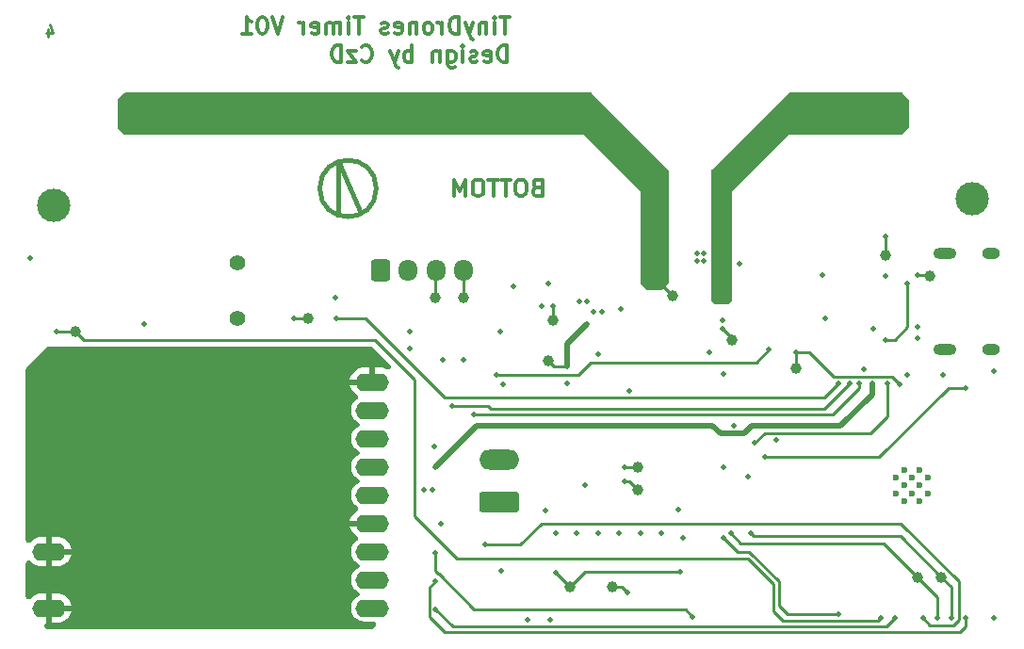
<source format=gbr>
%TF.GenerationSoftware,KiCad,Pcbnew,8.0.6-8.0.6-0~ubuntu24.04.1*%
%TF.CreationDate,2024-11-13T00:59:24+01:00*%
%TF.ProjectId,TinyTimer_V01,54696e79-5469-46d6-9572-5f5630312e6b,rev?*%
%TF.SameCoordinates,Original*%
%TF.FileFunction,Copper,L4,Bot*%
%TF.FilePolarity,Positive*%
%FSLAX46Y46*%
G04 Gerber Fmt 4.6, Leading zero omitted, Abs format (unit mm)*
G04 Created by KiCad (PCBNEW 8.0.6-8.0.6-0~ubuntu24.04.1) date 2024-11-13 00:59:24*
%MOMM*%
%LPD*%
G01*
G04 APERTURE LIST*
G04 Aperture macros list*
%AMRoundRect*
0 Rectangle with rounded corners*
0 $1 Rounding radius*
0 $2 $3 $4 $5 $6 $7 $8 $9 X,Y pos of 4 corners*
0 Add a 4 corners polygon primitive as box body*
4,1,4,$2,$3,$4,$5,$6,$7,$8,$9,$2,$3,0*
0 Add four circle primitives for the rounded corners*
1,1,$1+$1,$2,$3*
1,1,$1+$1,$4,$5*
1,1,$1+$1,$6,$7*
1,1,$1+$1,$8,$9*
0 Add four rect primitives between the rounded corners*
20,1,$1+$1,$2,$3,$4,$5,0*
20,1,$1+$1,$4,$5,$6,$7,0*
20,1,$1+$1,$6,$7,$8,$9,0*
20,1,$1+$1,$8,$9,$2,$3,0*%
G04 Aperture macros list end*
%TA.AperFunction,NonConductor*%
%ADD10C,0.381000*%
%TD*%
%ADD11C,0.254000*%
%TA.AperFunction,NonConductor*%
%ADD12C,0.254000*%
%TD*%
%ADD13C,0.300000*%
%TA.AperFunction,NonConductor*%
%ADD14C,0.300000*%
%TD*%
%TA.AperFunction,ComponentPad*%
%ADD15C,3.000000*%
%TD*%
%TA.AperFunction,HeatsinkPad*%
%ADD16C,0.600000*%
%TD*%
%TA.AperFunction,ComponentPad*%
%ADD17RoundRect,0.250000X1.550000X-0.650000X1.550000X0.650000X-1.550000X0.650000X-1.550000X-0.650000X0*%
%TD*%
%TA.AperFunction,ComponentPad*%
%ADD18O,3.600000X1.800000*%
%TD*%
%TA.AperFunction,ComponentPad*%
%ADD19RoundRect,0.250000X-0.600000X-0.725000X0.600000X-0.725000X0.600000X0.725000X-0.600000X0.725000X0*%
%TD*%
%TA.AperFunction,ComponentPad*%
%ADD20O,1.700000X1.950000*%
%TD*%
%TA.AperFunction,ComponentPad*%
%ADD21O,2.100000X1.000000*%
%TD*%
%TA.AperFunction,ComponentPad*%
%ADD22O,1.600000X1.000000*%
%TD*%
%TA.AperFunction,ComponentPad*%
%ADD23O,3.000000X1.600000*%
%TD*%
%TA.AperFunction,ComponentPad*%
%ADD24C,1.408000*%
%TD*%
%TA.AperFunction,SMDPad,CuDef*%
%ADD25C,1.000000*%
%TD*%
%TA.AperFunction,ViaPad*%
%ADD26C,0.508000*%
%TD*%
%TA.AperFunction,Conductor*%
%ADD27C,0.254000*%
%TD*%
%TA.AperFunction,Conductor*%
%ADD28C,0.508000*%
%TD*%
G04 APERTURE END LIST*
D10*
X32131000Y40259000D02*
G75*
G02*
X27051000Y40259000I-2540000J0D01*
G01*
X27051000Y40259000D02*
G75*
G02*
X32131000Y40259000I2540000J0D01*
G01*
X28702000Y42545000D02*
X28702000Y37973000D01*
X28829000Y42545000D02*
X30734000Y38100000D01*
D11*
D12*
X2600475Y54576521D02*
X2600475Y53899188D01*
X2842380Y54963568D02*
X3084285Y54237854D01*
X3084285Y54237854D02*
X2455332Y54237854D01*
D13*
D14*
X44109774Y55674172D02*
X43252632Y55674172D01*
X43681203Y54174172D02*
X43681203Y55674172D01*
X42752632Y54174172D02*
X42752632Y55174172D01*
X42752632Y55674172D02*
X42824060Y55602743D01*
X42824060Y55602743D02*
X42752632Y55531315D01*
X42752632Y55531315D02*
X42681203Y55602743D01*
X42681203Y55602743D02*
X42752632Y55674172D01*
X42752632Y55674172D02*
X42752632Y55531315D01*
X42038346Y55174172D02*
X42038346Y54174172D01*
X42038346Y55031315D02*
X41966917Y55102743D01*
X41966917Y55102743D02*
X41824060Y55174172D01*
X41824060Y55174172D02*
X41609774Y55174172D01*
X41609774Y55174172D02*
X41466917Y55102743D01*
X41466917Y55102743D02*
X41395489Y54959886D01*
X41395489Y54959886D02*
X41395489Y54174172D01*
X40824060Y55174172D02*
X40466917Y54174172D01*
X40109774Y55174172D02*
X40466917Y54174172D01*
X40466917Y54174172D02*
X40609774Y53817029D01*
X40609774Y53817029D02*
X40681203Y53745600D01*
X40681203Y53745600D02*
X40824060Y53674172D01*
X39538346Y54174172D02*
X39538346Y55674172D01*
X39538346Y55674172D02*
X39181203Y55674172D01*
X39181203Y55674172D02*
X38966917Y55602743D01*
X38966917Y55602743D02*
X38824060Y55459886D01*
X38824060Y55459886D02*
X38752631Y55317029D01*
X38752631Y55317029D02*
X38681203Y55031315D01*
X38681203Y55031315D02*
X38681203Y54817029D01*
X38681203Y54817029D02*
X38752631Y54531315D01*
X38752631Y54531315D02*
X38824060Y54388458D01*
X38824060Y54388458D02*
X38966917Y54245600D01*
X38966917Y54245600D02*
X39181203Y54174172D01*
X39181203Y54174172D02*
X39538346Y54174172D01*
X38038346Y54174172D02*
X38038346Y55174172D01*
X38038346Y54888458D02*
X37966917Y55031315D01*
X37966917Y55031315D02*
X37895489Y55102743D01*
X37895489Y55102743D02*
X37752631Y55174172D01*
X37752631Y55174172D02*
X37609774Y55174172D01*
X36895489Y54174172D02*
X37038346Y54245600D01*
X37038346Y54245600D02*
X37109775Y54317029D01*
X37109775Y54317029D02*
X37181203Y54459886D01*
X37181203Y54459886D02*
X37181203Y54888458D01*
X37181203Y54888458D02*
X37109775Y55031315D01*
X37109775Y55031315D02*
X37038346Y55102743D01*
X37038346Y55102743D02*
X36895489Y55174172D01*
X36895489Y55174172D02*
X36681203Y55174172D01*
X36681203Y55174172D02*
X36538346Y55102743D01*
X36538346Y55102743D02*
X36466918Y55031315D01*
X36466918Y55031315D02*
X36395489Y54888458D01*
X36395489Y54888458D02*
X36395489Y54459886D01*
X36395489Y54459886D02*
X36466918Y54317029D01*
X36466918Y54317029D02*
X36538346Y54245600D01*
X36538346Y54245600D02*
X36681203Y54174172D01*
X36681203Y54174172D02*
X36895489Y54174172D01*
X35752632Y55174172D02*
X35752632Y54174172D01*
X35752632Y55031315D02*
X35681203Y55102743D01*
X35681203Y55102743D02*
X35538346Y55174172D01*
X35538346Y55174172D02*
X35324060Y55174172D01*
X35324060Y55174172D02*
X35181203Y55102743D01*
X35181203Y55102743D02*
X35109775Y54959886D01*
X35109775Y54959886D02*
X35109775Y54174172D01*
X33824060Y54245600D02*
X33966917Y54174172D01*
X33966917Y54174172D02*
X34252632Y54174172D01*
X34252632Y54174172D02*
X34395489Y54245600D01*
X34395489Y54245600D02*
X34466917Y54388458D01*
X34466917Y54388458D02*
X34466917Y54959886D01*
X34466917Y54959886D02*
X34395489Y55102743D01*
X34395489Y55102743D02*
X34252632Y55174172D01*
X34252632Y55174172D02*
X33966917Y55174172D01*
X33966917Y55174172D02*
X33824060Y55102743D01*
X33824060Y55102743D02*
X33752632Y54959886D01*
X33752632Y54959886D02*
X33752632Y54817029D01*
X33752632Y54817029D02*
X34466917Y54674172D01*
X33181203Y54245600D02*
X33038346Y54174172D01*
X33038346Y54174172D02*
X32752632Y54174172D01*
X32752632Y54174172D02*
X32609775Y54245600D01*
X32609775Y54245600D02*
X32538346Y54388458D01*
X32538346Y54388458D02*
X32538346Y54459886D01*
X32538346Y54459886D02*
X32609775Y54602743D01*
X32609775Y54602743D02*
X32752632Y54674172D01*
X32752632Y54674172D02*
X32966918Y54674172D01*
X32966918Y54674172D02*
X33109775Y54745600D01*
X33109775Y54745600D02*
X33181203Y54888458D01*
X33181203Y54888458D02*
X33181203Y54959886D01*
X33181203Y54959886D02*
X33109775Y55102743D01*
X33109775Y55102743D02*
X32966918Y55174172D01*
X32966918Y55174172D02*
X32752632Y55174172D01*
X32752632Y55174172D02*
X32609775Y55102743D01*
X30966917Y55674172D02*
X30109775Y55674172D01*
X30538346Y54174172D02*
X30538346Y55674172D01*
X29609775Y54174172D02*
X29609775Y55174172D01*
X29609775Y55674172D02*
X29681203Y55602743D01*
X29681203Y55602743D02*
X29609775Y55531315D01*
X29609775Y55531315D02*
X29538346Y55602743D01*
X29538346Y55602743D02*
X29609775Y55674172D01*
X29609775Y55674172D02*
X29609775Y55531315D01*
X28895489Y54174172D02*
X28895489Y55174172D01*
X28895489Y55031315D02*
X28824060Y55102743D01*
X28824060Y55102743D02*
X28681203Y55174172D01*
X28681203Y55174172D02*
X28466917Y55174172D01*
X28466917Y55174172D02*
X28324060Y55102743D01*
X28324060Y55102743D02*
X28252632Y54959886D01*
X28252632Y54959886D02*
X28252632Y54174172D01*
X28252632Y54959886D02*
X28181203Y55102743D01*
X28181203Y55102743D02*
X28038346Y55174172D01*
X28038346Y55174172D02*
X27824060Y55174172D01*
X27824060Y55174172D02*
X27681203Y55102743D01*
X27681203Y55102743D02*
X27609774Y54959886D01*
X27609774Y54959886D02*
X27609774Y54174172D01*
X26324060Y54245600D02*
X26466917Y54174172D01*
X26466917Y54174172D02*
X26752632Y54174172D01*
X26752632Y54174172D02*
X26895489Y54245600D01*
X26895489Y54245600D02*
X26966917Y54388458D01*
X26966917Y54388458D02*
X26966917Y54959886D01*
X26966917Y54959886D02*
X26895489Y55102743D01*
X26895489Y55102743D02*
X26752632Y55174172D01*
X26752632Y55174172D02*
X26466917Y55174172D01*
X26466917Y55174172D02*
X26324060Y55102743D01*
X26324060Y55102743D02*
X26252632Y54959886D01*
X26252632Y54959886D02*
X26252632Y54817029D01*
X26252632Y54817029D02*
X26966917Y54674172D01*
X25609775Y54174172D02*
X25609775Y55174172D01*
X25609775Y54888458D02*
X25538346Y55031315D01*
X25538346Y55031315D02*
X25466918Y55102743D01*
X25466918Y55102743D02*
X25324060Y55174172D01*
X25324060Y55174172D02*
X25181203Y55174172D01*
X23752632Y55674172D02*
X23252632Y54174172D01*
X23252632Y54174172D02*
X22752632Y55674172D01*
X21966918Y55674172D02*
X21824061Y55674172D01*
X21824061Y55674172D02*
X21681204Y55602743D01*
X21681204Y55602743D02*
X21609776Y55531315D01*
X21609776Y55531315D02*
X21538347Y55388458D01*
X21538347Y55388458D02*
X21466918Y55102743D01*
X21466918Y55102743D02*
X21466918Y54745600D01*
X21466918Y54745600D02*
X21538347Y54459886D01*
X21538347Y54459886D02*
X21609776Y54317029D01*
X21609776Y54317029D02*
X21681204Y54245600D01*
X21681204Y54245600D02*
X21824061Y54174172D01*
X21824061Y54174172D02*
X21966918Y54174172D01*
X21966918Y54174172D02*
X22109776Y54245600D01*
X22109776Y54245600D02*
X22181204Y54317029D01*
X22181204Y54317029D02*
X22252633Y54459886D01*
X22252633Y54459886D02*
X22324061Y54745600D01*
X22324061Y54745600D02*
X22324061Y55102743D01*
X22324061Y55102743D02*
X22252633Y55388458D01*
X22252633Y55388458D02*
X22181204Y55531315D01*
X22181204Y55531315D02*
X22109776Y55602743D01*
X22109776Y55602743D02*
X21966918Y55674172D01*
X20038347Y54174172D02*
X20895490Y54174172D01*
X20466919Y54174172D02*
X20466919Y55674172D01*
X20466919Y55674172D02*
X20609776Y55459886D01*
X20609776Y55459886D02*
X20752633Y55317029D01*
X20752633Y55317029D02*
X20895490Y55245600D01*
D13*
D14*
X46570489Y40354886D02*
X46356203Y40283458D01*
X46356203Y40283458D02*
X46284774Y40212029D01*
X46284774Y40212029D02*
X46213346Y40069172D01*
X46213346Y40069172D02*
X46213346Y39854886D01*
X46213346Y39854886D02*
X46284774Y39712029D01*
X46284774Y39712029D02*
X46356203Y39640600D01*
X46356203Y39640600D02*
X46499060Y39569172D01*
X46499060Y39569172D02*
X47070489Y39569172D01*
X47070489Y39569172D02*
X47070489Y41069172D01*
X47070489Y41069172D02*
X46570489Y41069172D01*
X46570489Y41069172D02*
X46427632Y40997743D01*
X46427632Y40997743D02*
X46356203Y40926315D01*
X46356203Y40926315D02*
X46284774Y40783458D01*
X46284774Y40783458D02*
X46284774Y40640600D01*
X46284774Y40640600D02*
X46356203Y40497743D01*
X46356203Y40497743D02*
X46427632Y40426315D01*
X46427632Y40426315D02*
X46570489Y40354886D01*
X46570489Y40354886D02*
X47070489Y40354886D01*
X45284774Y41069172D02*
X44999060Y41069172D01*
X44999060Y41069172D02*
X44856203Y40997743D01*
X44856203Y40997743D02*
X44713346Y40854886D01*
X44713346Y40854886D02*
X44641917Y40569172D01*
X44641917Y40569172D02*
X44641917Y40069172D01*
X44641917Y40069172D02*
X44713346Y39783458D01*
X44713346Y39783458D02*
X44856203Y39640600D01*
X44856203Y39640600D02*
X44999060Y39569172D01*
X44999060Y39569172D02*
X45284774Y39569172D01*
X45284774Y39569172D02*
X45427632Y39640600D01*
X45427632Y39640600D02*
X45570489Y39783458D01*
X45570489Y39783458D02*
X45641917Y40069172D01*
X45641917Y40069172D02*
X45641917Y40569172D01*
X45641917Y40569172D02*
X45570489Y40854886D01*
X45570489Y40854886D02*
X45427632Y40997743D01*
X45427632Y40997743D02*
X45284774Y41069172D01*
X44213345Y41069172D02*
X43356203Y41069172D01*
X43784774Y39569172D02*
X43784774Y41069172D01*
X43070488Y41069172D02*
X42213346Y41069172D01*
X42641917Y39569172D02*
X42641917Y41069172D01*
X41427631Y41069172D02*
X41141917Y41069172D01*
X41141917Y41069172D02*
X40999060Y40997743D01*
X40999060Y40997743D02*
X40856203Y40854886D01*
X40856203Y40854886D02*
X40784774Y40569172D01*
X40784774Y40569172D02*
X40784774Y40069172D01*
X40784774Y40069172D02*
X40856203Y39783458D01*
X40856203Y39783458D02*
X40999060Y39640600D01*
X40999060Y39640600D02*
X41141917Y39569172D01*
X41141917Y39569172D02*
X41427631Y39569172D01*
X41427631Y39569172D02*
X41570489Y39640600D01*
X41570489Y39640600D02*
X41713346Y39783458D01*
X41713346Y39783458D02*
X41784774Y40069172D01*
X41784774Y40069172D02*
X41784774Y40569172D01*
X41784774Y40569172D02*
X41713346Y40854886D01*
X41713346Y40854886D02*
X41570489Y40997743D01*
X41570489Y40997743D02*
X41427631Y41069172D01*
X40141917Y39569172D02*
X40141917Y41069172D01*
X40141917Y41069172D02*
X39641917Y39997743D01*
X39641917Y39997743D02*
X39141917Y41069172D01*
X39141917Y41069172D02*
X39141917Y39569172D01*
D13*
D14*
X43895489Y51634172D02*
X43895489Y53134172D01*
X43895489Y53134172D02*
X43538346Y53134172D01*
X43538346Y53134172D02*
X43324060Y53062743D01*
X43324060Y53062743D02*
X43181203Y52919886D01*
X43181203Y52919886D02*
X43109774Y52777029D01*
X43109774Y52777029D02*
X43038346Y52491315D01*
X43038346Y52491315D02*
X43038346Y52277029D01*
X43038346Y52277029D02*
X43109774Y51991315D01*
X43109774Y51991315D02*
X43181203Y51848458D01*
X43181203Y51848458D02*
X43324060Y51705600D01*
X43324060Y51705600D02*
X43538346Y51634172D01*
X43538346Y51634172D02*
X43895489Y51634172D01*
X41824060Y51705600D02*
X41966917Y51634172D01*
X41966917Y51634172D02*
X42252632Y51634172D01*
X42252632Y51634172D02*
X42395489Y51705600D01*
X42395489Y51705600D02*
X42466917Y51848458D01*
X42466917Y51848458D02*
X42466917Y52419886D01*
X42466917Y52419886D02*
X42395489Y52562743D01*
X42395489Y52562743D02*
X42252632Y52634172D01*
X42252632Y52634172D02*
X41966917Y52634172D01*
X41966917Y52634172D02*
X41824060Y52562743D01*
X41824060Y52562743D02*
X41752632Y52419886D01*
X41752632Y52419886D02*
X41752632Y52277029D01*
X41752632Y52277029D02*
X42466917Y52134172D01*
X41181203Y51705600D02*
X41038346Y51634172D01*
X41038346Y51634172D02*
X40752632Y51634172D01*
X40752632Y51634172D02*
X40609775Y51705600D01*
X40609775Y51705600D02*
X40538346Y51848458D01*
X40538346Y51848458D02*
X40538346Y51919886D01*
X40538346Y51919886D02*
X40609775Y52062743D01*
X40609775Y52062743D02*
X40752632Y52134172D01*
X40752632Y52134172D02*
X40966918Y52134172D01*
X40966918Y52134172D02*
X41109775Y52205600D01*
X41109775Y52205600D02*
X41181203Y52348458D01*
X41181203Y52348458D02*
X41181203Y52419886D01*
X41181203Y52419886D02*
X41109775Y52562743D01*
X41109775Y52562743D02*
X40966918Y52634172D01*
X40966918Y52634172D02*
X40752632Y52634172D01*
X40752632Y52634172D02*
X40609775Y52562743D01*
X39895489Y51634172D02*
X39895489Y52634172D01*
X39895489Y53134172D02*
X39966917Y53062743D01*
X39966917Y53062743D02*
X39895489Y52991315D01*
X39895489Y52991315D02*
X39824060Y53062743D01*
X39824060Y53062743D02*
X39895489Y53134172D01*
X39895489Y53134172D02*
X39895489Y52991315D01*
X38538346Y52634172D02*
X38538346Y51419886D01*
X38538346Y51419886D02*
X38609774Y51277029D01*
X38609774Y51277029D02*
X38681203Y51205600D01*
X38681203Y51205600D02*
X38824060Y51134172D01*
X38824060Y51134172D02*
X39038346Y51134172D01*
X39038346Y51134172D02*
X39181203Y51205600D01*
X38538346Y51705600D02*
X38681203Y51634172D01*
X38681203Y51634172D02*
X38966917Y51634172D01*
X38966917Y51634172D02*
X39109774Y51705600D01*
X39109774Y51705600D02*
X39181203Y51777029D01*
X39181203Y51777029D02*
X39252631Y51919886D01*
X39252631Y51919886D02*
X39252631Y52348458D01*
X39252631Y52348458D02*
X39181203Y52491315D01*
X39181203Y52491315D02*
X39109774Y52562743D01*
X39109774Y52562743D02*
X38966917Y52634172D01*
X38966917Y52634172D02*
X38681203Y52634172D01*
X38681203Y52634172D02*
X38538346Y52562743D01*
X37824060Y52634172D02*
X37824060Y51634172D01*
X37824060Y52491315D02*
X37752631Y52562743D01*
X37752631Y52562743D02*
X37609774Y52634172D01*
X37609774Y52634172D02*
X37395488Y52634172D01*
X37395488Y52634172D02*
X37252631Y52562743D01*
X37252631Y52562743D02*
X37181203Y52419886D01*
X37181203Y52419886D02*
X37181203Y51634172D01*
X35324060Y51634172D02*
X35324060Y53134172D01*
X35324060Y52562743D02*
X35181203Y52634172D01*
X35181203Y52634172D02*
X34895488Y52634172D01*
X34895488Y52634172D02*
X34752631Y52562743D01*
X34752631Y52562743D02*
X34681203Y52491315D01*
X34681203Y52491315D02*
X34609774Y52348458D01*
X34609774Y52348458D02*
X34609774Y51919886D01*
X34609774Y51919886D02*
X34681203Y51777029D01*
X34681203Y51777029D02*
X34752631Y51705600D01*
X34752631Y51705600D02*
X34895488Y51634172D01*
X34895488Y51634172D02*
X35181203Y51634172D01*
X35181203Y51634172D02*
X35324060Y51705600D01*
X34109774Y52634172D02*
X33752631Y51634172D01*
X33395488Y52634172D02*
X33752631Y51634172D01*
X33752631Y51634172D02*
X33895488Y51277029D01*
X33895488Y51277029D02*
X33966917Y51205600D01*
X33966917Y51205600D02*
X34109774Y51134172D01*
X30824060Y51777029D02*
X30895488Y51705600D01*
X30895488Y51705600D02*
X31109774Y51634172D01*
X31109774Y51634172D02*
X31252631Y51634172D01*
X31252631Y51634172D02*
X31466917Y51705600D01*
X31466917Y51705600D02*
X31609774Y51848458D01*
X31609774Y51848458D02*
X31681203Y51991315D01*
X31681203Y51991315D02*
X31752631Y52277029D01*
X31752631Y52277029D02*
X31752631Y52491315D01*
X31752631Y52491315D02*
X31681203Y52777029D01*
X31681203Y52777029D02*
X31609774Y52919886D01*
X31609774Y52919886D02*
X31466917Y53062743D01*
X31466917Y53062743D02*
X31252631Y53134172D01*
X31252631Y53134172D02*
X31109774Y53134172D01*
X31109774Y53134172D02*
X30895488Y53062743D01*
X30895488Y53062743D02*
X30824060Y52991315D01*
X30324060Y52634172D02*
X29538346Y52634172D01*
X29538346Y52634172D02*
X30324060Y51634172D01*
X30324060Y51634172D02*
X29538346Y51634172D01*
X28966917Y51634172D02*
X28966917Y53134172D01*
X28966917Y53134172D02*
X28609774Y53134172D01*
X28609774Y53134172D02*
X28395488Y53062743D01*
X28395488Y53062743D02*
X28252631Y52919886D01*
X28252631Y52919886D02*
X28181202Y52777029D01*
X28181202Y52777029D02*
X28109774Y52491315D01*
X28109774Y52491315D02*
X28109774Y52277029D01*
X28109774Y52277029D02*
X28181202Y51991315D01*
X28181202Y51991315D02*
X28252631Y51848458D01*
X28252631Y51848458D02*
X28395488Y51705600D01*
X28395488Y51705600D02*
X28609774Y51634172D01*
X28609774Y51634172D02*
X28966917Y51634172D01*
D15*
%TO.P,TP20,1,1*%
%TO.N,GND*%
X85725000Y39370000D03*
%TD*%
D16*
%TO.P,U1,39,GND*%
%TO.N,GND*%
X80970000Y14965000D03*
X79570000Y14965000D03*
X81670000Y14265000D03*
X80270000Y14265000D03*
X78870000Y14265000D03*
X80970000Y13565000D03*
X79570000Y13565000D03*
X81670000Y12865000D03*
X80270000Y12865000D03*
X78870000Y12865000D03*
X80970000Y12165000D03*
X79570000Y12165000D03*
%TD*%
D17*
%TO.P,SW4,1,A*%
%TO.N,Net-(D4-K)*%
X43180000Y12065000D03*
D18*
%TO.P,SW4,2,B*%
%TO.N,VDD*%
X43180000Y15875000D03*
%TD*%
D19*
%TO.P,J3,1,Pin_1*%
%TO.N,GND*%
X32505000Y32893000D03*
D20*
%TO.P,J3,2,Pin_2*%
%TO.N,+3V3*%
X35005000Y32893000D03*
%TO.P,J3,3,Pin_3*%
%TO.N,SCL*%
X37505000Y32893000D03*
%TO.P,J3,4,Pin_4*%
%TO.N,SDA*%
X40005000Y32893000D03*
%TD*%
D15*
%TO.P,TP19,1,1*%
%TO.N,GND*%
X3175000Y38735000D03*
%TD*%
D21*
%TO.P,J1,S1,SHIELD*%
%TO.N,GND*%
X83230000Y25775000D03*
D22*
X87410000Y25775000D03*
D21*
X83230000Y34415000D03*
D22*
X87410000Y34415000D03*
%TD*%
D23*
%TO.P,U4,1,GND*%
%TO.N,GND*%
X31750000Y22860000D03*
%TO.P,U4,2,Video*%
%TO.N,unconnected-(U4-Video-Pad2)*%
X31750000Y20320000D03*
%TO.P,U4,3,A6.5m*%
%TO.N,unconnected-(U4-A6.5m-Pad3)*%
X31750000Y17780000D03*
%TO.P,U4,4,RSSI*%
%TO.N,Net-(U4-RSSI)*%
X31750000Y15240000D03*
%TO.P,U4,5,5V*%
%TO.N,+3V3*%
X31750000Y12700000D03*
%TO.P,U4,6,GND*%
%TO.N,GND*%
X31750000Y10160000D03*
%TO.P,U4,7,SCLK*%
%TO.N,Net-(U4-SCLK)*%
X31750000Y7620000D03*
%TO.P,U4,8,/SS*%
%TO.N,Net-(U4-{slash}SS)*%
X31750000Y5080000D03*
%TO.P,U4,9,MOSI*%
%TO.N,Net-(U4-MOSI)*%
X31750000Y2540000D03*
%TO.P,U4,10,GND*%
%TO.N,GND*%
X2750000Y7620000D03*
%TO.P,U4,12,GND*%
X2750000Y2540000D03*
%TD*%
D24*
%TO.P,LS1,N*%
%TO.N,Net-(Q3-D)*%
X19685000Y33615000D03*
%TO.P,LS1,P*%
%TO.N,+3V3*%
X19685000Y28615000D03*
%TD*%
D25*
%TO.P,TP1,1,1*%
%TO.N,{slash}RESET*%
X49530000Y4445000D03*
%TD*%
%TO.P,TP17,1,1*%
%TO.N,+BATT*%
X62865000Y32385000D03*
%TD*%
%TO.P,TP8,1,1*%
%TO.N,GND*%
X77870000Y34290000D03*
%TD*%
%TO.P,TP10,1,1*%
%TO.N,+3V3*%
X64135000Y26670000D03*
%TD*%
%TO.P,TP4,1,1*%
%TO.N,BOOT0*%
X53340000Y4445000D03*
%TD*%
%TO.P,TP16,1,1*%
%TO.N,Net-(Q3-G)*%
X26035000Y28575000D03*
%TD*%
%TO.P,TP5,1,1*%
%TO.N,RXD0*%
X80772000Y5334000D03*
%TD*%
%TO.P,TP13,1,1*%
%TO.N,SCL*%
X37465000Y30480000D03*
%TD*%
%TO.P,TP2,1,1*%
%TO.N,DTR*%
X55626000Y15240000D03*
%TD*%
%TO.P,TP3,1,1*%
%TO.N,RTS*%
X55626000Y13208000D03*
%TD*%
%TO.P,TP12,1,1*%
%TO.N,LED_CTRL*%
X5080000Y27431000D03*
%TD*%
%TO.P,TP18,1,1*%
%TO.N,Net-(Q4-D)*%
X58801000Y30607000D03*
%TD*%
%TO.P,TP9,1,1*%
%TO.N,VDD*%
X47625000Y24765000D03*
%TD*%
%TO.P,TP14,1,1*%
%TO.N,SDA*%
X40005000Y30480000D03*
%TD*%
%TO.P,TP15,1,1*%
%TO.N,{slash}EN_3V3*%
X48006000Y28448000D03*
%TD*%
%TO.P,TP6,1,1*%
%TO.N,TXD0*%
X82931000Y5334000D03*
%TD*%
%TO.P,TP7,1,1*%
%TO.N,VBUS*%
X81915000Y32385000D03*
%TD*%
%TO.P,TP11,1,1*%
%TO.N,BATT_ADC*%
X69850000Y24130000D03*
%TD*%
D26*
%TO.N,+3V3*%
X43371000Y5905000D03*
X57785000Y9271000D03*
X53975000Y9271000D03*
X35179000Y27432000D03*
X63246000Y27686000D03*
X65532000Y14351000D03*
X38100000Y24892000D03*
X36449000Y13208000D03*
X40005000Y24892000D03*
X59690000Y8890000D03*
X50165000Y9271000D03*
X63246000Y28448000D03*
X83058000Y23495000D03*
X37211000Y13208000D03*
X11303000Y28067000D03*
X47371000Y11303000D03*
%TO.N,GND*%
X47625000Y31687000D03*
X1905000Y9525000D03*
X12700000Y20320000D03*
X29210000Y20320000D03*
X5080000Y2540000D03*
X21590000Y1270000D03*
X27305000Y1270000D03*
X72263000Y32512000D03*
X10160000Y1270000D03*
X46990000Y29718000D03*
X29210000Y16510000D03*
X6350000Y25400000D03*
X43307000Y27432000D03*
X59309000Y11430000D03*
X4445000Y1270000D03*
X5080000Y6350000D03*
X3810000Y9525000D03*
X2540000Y25400000D03*
X17780000Y1270000D03*
X7620000Y10160000D03*
X54864000Y22098000D03*
X27940000Y20320000D03*
X17780000Y20320000D03*
X15240000Y7620000D03*
X61595000Y33782000D03*
X37338000Y17078000D03*
X10160000Y2540000D03*
X29210000Y22225000D03*
X25400000Y25400000D03*
X15875000Y1270000D03*
X1270000Y22225000D03*
X12700000Y5080000D03*
X37973000Y10160000D03*
X8255000Y1270000D03*
X25400000Y2540000D03*
X23495000Y25400000D03*
X10160000Y25400000D03*
X87630000Y23876000D03*
X1270000Y16510000D03*
X12700000Y10160000D03*
X25400000Y1270000D03*
X1270000Y12700000D03*
X15240000Y12700000D03*
X15240000Y17780000D03*
X25400000Y22860000D03*
X27305000Y25400000D03*
X62103000Y25527000D03*
X15240000Y2540000D03*
X20320000Y22860000D03*
X54102000Y29464000D03*
X20320000Y12700000D03*
X25400000Y12700000D03*
X13970000Y1270000D03*
X60960000Y34417000D03*
X61595000Y34417000D03*
X52070000Y9271000D03*
X7620000Y5080000D03*
X22860000Y10160000D03*
X17780000Y25400000D03*
X21590000Y25400000D03*
X2540000Y20320000D03*
X10160000Y22860000D03*
X29210000Y6985000D03*
X76835000Y27686000D03*
X23495000Y1270000D03*
X1016000Y8890000D03*
X13970000Y25400000D03*
X29210000Y25400000D03*
X48260000Y9271000D03*
X43497000Y22670000D03*
X49276000Y22733000D03*
X47752000Y1524000D03*
X19685000Y25400000D03*
X12700000Y15240000D03*
X22860000Y15240000D03*
X29210000Y24130000D03*
X60960000Y33782000D03*
X45720000Y1524000D03*
X20320000Y7620000D03*
X63373000Y23622000D03*
X2794000Y1016000D03*
X8255000Y25400000D03*
X31750000Y24765000D03*
X15875000Y25400000D03*
X29210000Y10795000D03*
X17780000Y15240000D03*
X22860000Y20320000D03*
X64262000Y18923000D03*
X72517000Y28575000D03*
X29210000Y3175000D03*
X20320000Y17780000D03*
X50927000Y13589000D03*
X27940000Y15240000D03*
X77870000Y35943000D03*
X5080000Y17780000D03*
X5080000Y8255000D03*
X87630000Y1651000D03*
X12065000Y25400000D03*
X64770000Y33528000D03*
X10160000Y7620000D03*
X19685000Y1270000D03*
X10160000Y12700000D03*
X4445000Y25400000D03*
X79883000Y23495000D03*
X20320000Y2540000D03*
X1270000Y20320000D03*
X63373000Y15240000D03*
X31623000Y1016000D03*
X25400000Y7620000D03*
X22860000Y5080000D03*
X6350000Y1270000D03*
X52070000Y25400000D03*
X68072000Y17653000D03*
X1016000Y34035000D03*
X27940000Y10160000D03*
X2540000Y10160000D03*
X5080000Y12700000D03*
X29210000Y5080000D03*
X2540000Y15240000D03*
X29210000Y1270000D03*
X1270000Y14605000D03*
X77870000Y32387000D03*
X35179000Y25908000D03*
X29210000Y8890000D03*
X7620000Y15240000D03*
X10160000Y17780000D03*
X15240000Y22860000D03*
X7620000Y20320000D03*
X1270000Y10795000D03*
X80772000Y26837000D03*
X5080000Y22860000D03*
X55880000Y9271000D03*
X75946000Y24009000D03*
X29210000Y14605000D03*
X12065000Y1270000D03*
X17780000Y5080000D03*
X29210000Y18415000D03*
X44450000Y31496000D03*
X25400000Y17780000D03*
X28448000Y30480000D03*
X29210000Y12700000D03*
X1270000Y24130000D03*
X1270000Y18415000D03*
X5080000Y4445000D03*
X27940000Y5080000D03*
X17780000Y10160000D03*
X30607000Y25400000D03*
%TO.N,{slash}RESET*%
X85090000Y22352000D03*
X67056000Y16129000D03*
X59436000Y5842000D03*
X48260000Y5715000D03*
%TO.N,BOOT0*%
X54737000Y3937000D03*
%TO.N,USER_BUTTON*%
X78105000Y22733000D03*
X66167000Y17399000D03*
%TO.N,VBUS*%
X80772000Y32514000D03*
X80772000Y27815000D03*
%TO.N,VDD*%
X51054000Y28080000D03*
X49276000Y24257000D03*
X52451000Y29210000D03*
X51689000Y29210000D03*
%TO.N,+BATT*%
X78105000Y46990000D03*
X79375000Y46990000D03*
X78105000Y48260000D03*
X63373000Y30861000D03*
X62738000Y30861000D03*
X78105000Y45720000D03*
X79375000Y45720000D03*
X62738000Y30226000D03*
X63373000Y30226000D03*
X79375000Y48260000D03*
%TO.N,Net-(Q4-D)*%
X57785000Y32385000D03*
X9525000Y46990000D03*
X57785000Y31623000D03*
X10795000Y48260000D03*
X9525000Y45720000D03*
X9525000Y48260000D03*
X10795000Y45720000D03*
X10795000Y46990000D03*
X57023000Y32385000D03*
X57023000Y31623000D03*
%TO.N,Net-(D8-K)*%
X42926000Y23495000D03*
X67437000Y25781000D03*
%TO.N,Net-(J1-CC2)*%
X79883000Y31750000D03*
X77915000Y26670000D03*
%TO.N,RTS*%
X54483000Y13970000D03*
%TO.N,DTR*%
X54483000Y15240000D03*
%TO.N,RXD0*%
X64008000Y9271000D03*
X82550000Y1651000D03*
%TO.N,TXD0*%
X65786000Y9271000D03*
X83820000Y1651000D03*
%TO.N,USER_LED*%
X81280000Y1651000D03*
X41910000Y8255000D03*
%TO.N,SCLK*%
X60579000Y1778000D03*
X37465000Y7523000D03*
%TO.N,{slash}SS*%
X37465000Y4983000D03*
X85090000Y1651000D03*
%TO.N,MOSI*%
X37465000Y2443000D03*
X78740000Y1651000D03*
%TO.N,RSSI*%
X37465000Y15240000D03*
X76708000Y22733000D03*
%TO.N,BATT_ADC*%
X79184500Y22669500D03*
X69850000Y25527000D03*
%TO.N,Net-(Q3-G)*%
X24765000Y28575000D03*
%TO.N,BUZZ_CTRL*%
X73640000Y22733000D03*
X28575000Y28575000D03*
%TO.N,LED_CTRL*%
X3429000Y27431000D03*
X77470000Y1651000D03*
%TO.N,SCL*%
X74676000Y22733000D03*
X38989000Y20701000D03*
%TO.N,SDA*%
X75565000Y22733000D03*
X40894000Y19939000D03*
%TO.N,Net-(U1-IO16)*%
X63373000Y8890000D03*
X73660000Y2032000D03*
%TO.N,{slash}EN_3V3*%
X48006000Y29718000D03*
%TO.N,Net-(D4-K)*%
X51054000Y30099000D03*
X50419000Y30099000D03*
%TD*%
D27*
%TO.N,+3V3*%
X64135000Y26670000D02*
X64135000Y26797000D01*
X64135000Y26797000D02*
X63246000Y27686000D01*
%TO.N,GND*%
X77870000Y34290000D02*
X77870000Y35943000D01*
%TO.N,{slash}RESET*%
X50927000Y5842000D02*
X59436000Y5842000D01*
X83566000Y22352000D02*
X85090000Y22352000D01*
X77343000Y16129000D02*
X83566000Y22352000D01*
X49530000Y4445000D02*
X48260000Y5715000D01*
X49530000Y4445000D02*
X50927000Y5842000D01*
X67056000Y16129000D02*
X77343000Y16129000D01*
%TO.N,BOOT0*%
X53340000Y4445000D02*
X54229000Y4445000D01*
X54229000Y4445000D02*
X54737000Y3937000D01*
%TO.N,USER_BUTTON*%
X78105000Y19812000D02*
X76581000Y18288000D01*
X76581000Y18288000D02*
X67056000Y18288000D01*
X67056000Y18288000D02*
X66167000Y17399000D01*
X78105000Y22733000D02*
X78105000Y19812000D01*
%TO.N,VBUS*%
X80774000Y32512000D02*
X80772000Y32514000D01*
X81915000Y32385000D02*
X81788000Y32512000D01*
X81788000Y32512000D02*
X80774000Y32512000D01*
D28*
%TO.N,VDD*%
X49276000Y26289000D02*
X51054000Y28067000D01*
X51054000Y28067000D02*
X51054000Y28080000D01*
X49276000Y24257000D02*
X49276000Y26289000D01*
D27*
X48133000Y24257000D02*
X47625000Y24765000D01*
X49276000Y24257000D02*
X48133000Y24257000D01*
%TO.N,+BATT*%
X62865000Y32385000D02*
X62865000Y32131000D01*
X62738000Y32004000D02*
X62738000Y30861000D01*
X62865000Y32131000D02*
X62738000Y32004000D01*
%TO.N,Net-(Q4-D)*%
X58801000Y30734000D02*
X58674000Y30734000D01*
X58674000Y30734000D02*
X57785000Y31623000D01*
%TO.N,Net-(D8-K)*%
X51435000Y24638000D02*
X66294000Y24638000D01*
X50292000Y23495000D02*
X51435000Y24638000D01*
X66294000Y24638000D02*
X67437000Y25781000D01*
X42926000Y23495000D02*
X50292000Y23495000D01*
%TO.N,Net-(J1-CC2)*%
X77915000Y26670000D02*
X78740000Y26670000D01*
X79883000Y27813000D02*
X79883000Y31750000D01*
X78740000Y26670000D02*
X79883000Y27813000D01*
%TO.N,RTS*%
X55626000Y13208000D02*
X54864000Y13970000D01*
X54864000Y13970000D02*
X54483000Y13970000D01*
%TO.N,DTR*%
X55626000Y15240000D02*
X54483000Y15240000D01*
%TO.N,RXD0*%
X82550000Y1651000D02*
X82550000Y3556000D01*
X64008000Y9271000D02*
X64897000Y8382000D01*
X64897000Y8382000D02*
X77724000Y8382000D01*
X77724000Y8382000D02*
X80772000Y5334000D01*
X82550000Y3556000D02*
X80772000Y5334000D01*
%TO.N,TXD0*%
X83820000Y4445000D02*
X82931000Y5334000D01*
X66040000Y9017000D02*
X79248000Y9017000D01*
X79248000Y9017000D02*
X82931000Y5334000D01*
X83820000Y1651000D02*
X83820000Y4445000D01*
X65786000Y9271000D02*
X66040000Y9017000D01*
%TO.N,USER_LED*%
X79279081Y10160000D02*
X84505800Y4933281D01*
X41910000Y8255000D02*
X45085000Y8255000D01*
X84505800Y1510616D02*
X84011184Y1016000D01*
X45085000Y8255000D02*
X46990000Y10160000D01*
X84505800Y4933281D02*
X84505800Y1510616D01*
X81915000Y1016000D02*
X81280000Y1651000D01*
X46990000Y10160000D02*
X79279081Y10160000D01*
X84011184Y1016000D02*
X81915000Y1016000D01*
%TO.N,SCLK*%
X37728026Y5618000D02*
X37719000Y5618000D01*
X59944000Y2413000D02*
X40933026Y2413000D01*
X37719000Y5618000D02*
X37465000Y5872000D01*
X60579000Y1778000D02*
X59944000Y2413000D01*
X40933026Y2413000D02*
X37728026Y5618000D01*
X37465000Y5872000D02*
X37465000Y7523000D01*
%TO.N,{slash}SS*%
X85090000Y889000D02*
X84582000Y381000D01*
X36880800Y1757200D02*
X36880800Y4398800D01*
X85090000Y1651000D02*
X85090000Y889000D01*
X36880800Y4398800D02*
X37465000Y4983000D01*
X84582000Y381000D02*
X38257000Y381000D01*
X38257000Y381000D02*
X36880800Y1757200D01*
%TO.N,MOSI*%
X78740000Y1651000D02*
X77978000Y889000D01*
X39019000Y889000D02*
X37465000Y2443000D01*
X77978000Y889000D02*
X39019000Y889000D01*
D28*
%TO.N,RSSI*%
X65913000Y18923000D02*
X65201800Y18211800D01*
X41148000Y18923000D02*
X37465000Y15240000D01*
X76708000Y21758836D02*
X73872164Y18923000D01*
X65201800Y18211800D02*
X63068200Y18211800D01*
X62357000Y18923000D02*
X41148000Y18923000D01*
X76708000Y22733000D02*
X76708000Y21758836D01*
X63068200Y18211800D02*
X62357000Y18923000D01*
X73872164Y18923000D02*
X65913000Y18923000D01*
D27*
%TO.N,BATT_ADC*%
X71056500Y25527000D02*
X69850000Y25527000D01*
X79184500Y22669500D02*
X78486000Y23368000D01*
X69850000Y24130000D02*
X69850000Y25527000D01*
X78486000Y23368000D02*
X73215500Y23368000D01*
X73215500Y23368000D02*
X71056500Y25527000D01*
%TO.N,Net-(Q3-G)*%
X26035000Y28575000D02*
X24765000Y28575000D01*
%TO.N,BUZZ_CTRL*%
X31126578Y28575000D02*
X28575000Y28575000D01*
X73640000Y22733000D02*
X72370000Y21463000D01*
X72370000Y21463000D02*
X38238578Y21463000D01*
X38238578Y21463000D02*
X31126578Y28575000D01*
%TO.N,LED_CTRL*%
X32004000Y26670000D02*
X5841000Y26670000D01*
X35560000Y10795000D02*
X35560000Y23114000D01*
X35560000Y23114000D02*
X32004000Y26670000D01*
X67818000Y4699000D02*
X65532000Y6985000D01*
X3429000Y27431000D02*
X5207000Y27431000D01*
X39370000Y6985000D02*
X35560000Y10795000D01*
X65532000Y6985000D02*
X39370000Y6985000D01*
X68707000Y1397000D02*
X67818000Y2286000D01*
X77470000Y1651000D02*
X77216000Y1397000D01*
X77216000Y1397000D02*
X68707000Y1397000D01*
X5841000Y26670000D02*
X5080000Y27431000D01*
X67818000Y2286000D02*
X67818000Y4699000D01*
%TO.N,SCL*%
X42418000Y20447000D02*
X42164000Y20701000D01*
X37465000Y32853000D02*
X37505000Y32893000D01*
X74676000Y22733000D02*
X72390000Y20447000D01*
X42164000Y20701000D02*
X38989000Y20701000D01*
X37465000Y30480000D02*
X37465000Y32853000D01*
X72390000Y20447000D02*
X42418000Y20447000D01*
%TO.N,SDA*%
X73152000Y19939000D02*
X40894000Y19939000D01*
X75565000Y22352000D02*
X73152000Y19939000D01*
X40005000Y30480000D02*
X40005000Y32893000D01*
X75565000Y22733000D02*
X75565000Y22352000D01*
%TO.N,Net-(U1-IO16)*%
X69088000Y2032000D02*
X73660000Y2032000D01*
X63373000Y8890000D02*
X64643000Y7620000D01*
X64643000Y7620000D02*
X65659000Y7620000D01*
X68326000Y4953000D02*
X68326000Y2794000D01*
X68326000Y2794000D02*
X69088000Y2032000D01*
X65659000Y7620000D02*
X68326000Y4953000D01*
%TO.N,{slash}EN_3V3*%
X48006000Y28194000D02*
X48006000Y29718000D01*
%TD*%
%TA.AperFunction,Conductor*%
%TO.N,GND*%
G36*
X31742023Y26015742D02*
G01*
X31824102Y25960898D01*
X33368709Y24416291D01*
X33423553Y24334212D01*
X33442811Y24237393D01*
X33423553Y24140574D01*
X33368709Y24058495D01*
X33286630Y24003651D01*
X33189811Y23984393D01*
X33092992Y24003651D01*
X33082889Y24008097D01*
X32899068Y24093814D01*
X32899070Y24093814D01*
X32677996Y24153050D01*
X32677992Y24153051D01*
X32507113Y24168000D01*
X32004000Y24168000D01*
X32004000Y23137504D01*
X31930948Y23194363D01*
X31812576Y23235000D01*
X31718927Y23235000D01*
X31626554Y23219586D01*
X31516486Y23160019D01*
X31496000Y23137766D01*
X31496000Y24168000D01*
X30992886Y24168000D01*
X30822007Y24153051D01*
X30822003Y24153050D01*
X30600932Y24093814D01*
X30393500Y23997087D01*
X30206025Y23865816D01*
X30206019Y23865811D01*
X30044189Y23703981D01*
X30044184Y23703975D01*
X29912913Y23516500D01*
X29816186Y23309068D01*
X29763917Y23114001D01*
X29763918Y23114000D01*
X31474122Y23114000D01*
X31431722Y23067941D01*
X31381449Y22953330D01*
X31371114Y22828605D01*
X31401837Y22707281D01*
X31468008Y22606000D01*
X29763918Y22606000D01*
X29816186Y22410933D01*
X29912913Y22203501D01*
X30044184Y22016026D01*
X30044189Y22016020D01*
X30206019Y21854190D01*
X30206025Y21854185D01*
X30395862Y21721260D01*
X30464126Y21649951D01*
X30499904Y21557947D01*
X30497751Y21459255D01*
X30457994Y21368900D01*
X30403215Y21312116D01*
X30250617Y21196880D01*
X30103107Y21035070D01*
X29987832Y20848895D01*
X29987829Y20848888D01*
X29908735Y20644723D01*
X29908733Y20644717D01*
X29868500Y20429486D01*
X29868500Y20210515D01*
X29908733Y19995284D01*
X29908735Y19995278D01*
X29987829Y19791113D01*
X29987832Y19791106D01*
X30103107Y19604931D01*
X30235721Y19459461D01*
X30250618Y19443120D01*
X30425356Y19311165D01*
X30495021Y19276476D01*
X30573105Y19216080D01*
X30622133Y19130400D01*
X30634641Y19032480D01*
X30608724Y18937227D01*
X30548328Y18859143D01*
X30495022Y18823526D01*
X30425356Y18788835D01*
X30425352Y18788833D01*
X30250616Y18656879D01*
X30103107Y18495070D01*
X29987832Y18308895D01*
X29987829Y18308888D01*
X29908735Y18104723D01*
X29908733Y18104717D01*
X29868500Y17889486D01*
X29868500Y17670515D01*
X29908733Y17455284D01*
X29908735Y17455278D01*
X29987829Y17251113D01*
X29987832Y17251106D01*
X30103107Y17064931D01*
X30235721Y16919461D01*
X30250618Y16903120D01*
X30425356Y16771165D01*
X30495021Y16736476D01*
X30573105Y16676080D01*
X30622133Y16590400D01*
X30634641Y16492480D01*
X30608724Y16397227D01*
X30548328Y16319143D01*
X30495022Y16283526D01*
X30425356Y16248835D01*
X30425352Y16248833D01*
X30250616Y16116879D01*
X30103107Y15955070D01*
X29987832Y15768895D01*
X29987829Y15768888D01*
X29908735Y15564723D01*
X29908733Y15564717D01*
X29868500Y15349486D01*
X29868500Y15130515D01*
X29908733Y14915284D01*
X29908735Y14915278D01*
X29987829Y14711113D01*
X29987832Y14711106D01*
X30103107Y14524931D01*
X30235721Y14379461D01*
X30250618Y14363120D01*
X30425356Y14231165D01*
X30495021Y14196476D01*
X30573105Y14136080D01*
X30622133Y14050400D01*
X30634641Y13952480D01*
X30608724Y13857227D01*
X30548328Y13779143D01*
X30495022Y13743526D01*
X30425356Y13708835D01*
X30425352Y13708833D01*
X30250616Y13576879D01*
X30103107Y13415070D01*
X29987832Y13228895D01*
X29987829Y13228888D01*
X29908735Y13024723D01*
X29908733Y13024717D01*
X29868500Y12809486D01*
X29868500Y12590515D01*
X29908733Y12375284D01*
X29908735Y12375278D01*
X29987829Y12171113D01*
X29987832Y12171106D01*
X30103107Y11984931D01*
X30250616Y11823122D01*
X30250618Y11823120D01*
X30403214Y11707886D01*
X30468871Y11634171D01*
X30501322Y11540941D01*
X30495624Y11442390D01*
X30452647Y11353521D01*
X30395863Y11298742D01*
X30206028Y11165818D01*
X30206019Y11165811D01*
X30044189Y11003981D01*
X30044184Y11003975D01*
X29912913Y10816500D01*
X29816186Y10609068D01*
X29763917Y10414001D01*
X29763918Y10414000D01*
X31474122Y10414000D01*
X31431722Y10367941D01*
X31381449Y10253330D01*
X31371114Y10128605D01*
X31401837Y10007281D01*
X31468008Y9906000D01*
X29763918Y9906000D01*
X29816186Y9710933D01*
X29912913Y9503501D01*
X30044184Y9316026D01*
X30044189Y9316020D01*
X30206019Y9154190D01*
X30206025Y9154185D01*
X30395862Y9021260D01*
X30464126Y8949951D01*
X30499904Y8857947D01*
X30497751Y8759255D01*
X30457994Y8668900D01*
X30403215Y8612116D01*
X30250617Y8496880D01*
X30103107Y8335070D01*
X29987832Y8148895D01*
X29987829Y8148888D01*
X29908735Y7944723D01*
X29908733Y7944717D01*
X29868500Y7729486D01*
X29868500Y7510515D01*
X29908733Y7295284D01*
X29908735Y7295278D01*
X29987829Y7091113D01*
X29987832Y7091106D01*
X30103107Y6904931D01*
X30250513Y6743235D01*
X30250618Y6743120D01*
X30425356Y6611165D01*
X30495021Y6576476D01*
X30573105Y6516080D01*
X30622133Y6430400D01*
X30634641Y6332480D01*
X30608724Y6237227D01*
X30548328Y6159143D01*
X30495022Y6123526D01*
X30425356Y6088835D01*
X30425352Y6088833D01*
X30250616Y5956879D01*
X30103107Y5795070D01*
X29987832Y5608895D01*
X29987829Y5608888D01*
X29908735Y5404723D01*
X29908733Y5404717D01*
X29868500Y5189486D01*
X29868500Y4970515D01*
X29908733Y4755284D01*
X29908735Y4755278D01*
X29987829Y4551113D01*
X29987832Y4551106D01*
X30103107Y4364931D01*
X30235721Y4219461D01*
X30250618Y4203120D01*
X30425356Y4071165D01*
X30495021Y4036476D01*
X30573105Y3976080D01*
X30622133Y3890400D01*
X30634641Y3792480D01*
X30608724Y3697227D01*
X30548328Y3619143D01*
X30495022Y3583526D01*
X30425356Y3548835D01*
X30425352Y3548833D01*
X30250616Y3416879D01*
X30103107Y3255070D01*
X29987832Y3068895D01*
X29987829Y3068888D01*
X29908735Y2864723D01*
X29908733Y2864717D01*
X29868500Y2649486D01*
X29868500Y2430515D01*
X29908733Y2215284D01*
X29908735Y2215278D01*
X29987829Y2011113D01*
X29987832Y2011106D01*
X30103107Y1824931D01*
X30250616Y1663122D01*
X30250618Y1663120D01*
X30425356Y1531165D01*
X30621364Y1433564D01*
X30831970Y1373641D01*
X30995371Y1358500D01*
X30995374Y1358500D01*
X31862704Y1358500D01*
X31959523Y1339242D01*
X32041602Y1284398D01*
X32096446Y1202319D01*
X32115704Y1105500D01*
X32096446Y1008681D01*
X32041602Y926602D01*
X31824102Y709102D01*
X31742023Y654258D01*
X31645204Y635000D01*
X2644796Y635000D01*
X2547977Y654258D01*
X2465898Y709102D01*
X2374898Y800102D01*
X2320054Y882181D01*
X2300796Y979000D01*
X2320054Y1075819D01*
X2374898Y1157898D01*
X2456977Y1212742D01*
X2481649Y1217650D01*
X2496000Y1232000D01*
X2496000Y2262497D01*
X2569052Y2205637D01*
X2687424Y2165000D01*
X2781073Y2165000D01*
X2873446Y2180414D01*
X2983514Y2239981D01*
X3004000Y2262235D01*
X3004000Y1232000D01*
X3507097Y1232000D01*
X3507113Y1232001D01*
X3677992Y1246950D01*
X3677996Y1246951D01*
X3899067Y1306187D01*
X4106499Y1402914D01*
X4293974Y1534185D01*
X4293980Y1534190D01*
X4455810Y1696020D01*
X4455815Y1696026D01*
X4587086Y1883501D01*
X4683813Y2090933D01*
X4736082Y2286000D01*
X3025878Y2286000D01*
X3068278Y2332059D01*
X3118551Y2446670D01*
X3128886Y2571395D01*
X3098163Y2692719D01*
X3031992Y2794000D01*
X4736082Y2794000D01*
X4736082Y2794001D01*
X4683813Y2989068D01*
X4587086Y3196500D01*
X4455815Y3383975D01*
X4455810Y3383981D01*
X4293980Y3545811D01*
X4293974Y3545816D01*
X4106499Y3677087D01*
X3899067Y3773814D01*
X3677996Y3833050D01*
X3677992Y3833051D01*
X3507113Y3848000D01*
X3004000Y3848000D01*
X3004000Y2817504D01*
X2930948Y2874363D01*
X2812576Y2915000D01*
X2718927Y2915000D01*
X2626554Y2899586D01*
X2516486Y2840019D01*
X2496000Y2817766D01*
X2496000Y3848000D01*
X1992886Y3848000D01*
X1822007Y3833051D01*
X1822003Y3833050D01*
X1600932Y3773814D01*
X1393500Y3677087D01*
X1206025Y3545816D01*
X1206019Y3545811D01*
X1066898Y3406689D01*
X984819Y3351845D01*
X888000Y3332587D01*
X791181Y3351845D01*
X709102Y3406689D01*
X654258Y3488768D01*
X635000Y3585587D01*
X635000Y6574413D01*
X654258Y6671232D01*
X709102Y6753311D01*
X791181Y6808155D01*
X888000Y6827413D01*
X984819Y6808155D01*
X1066898Y6753311D01*
X1206019Y6614190D01*
X1206025Y6614185D01*
X1393500Y6482914D01*
X1600932Y6386187D01*
X1822003Y6326951D01*
X1822007Y6326950D01*
X1992886Y6312001D01*
X1992903Y6312000D01*
X2496000Y6312000D01*
X2496000Y7342497D01*
X2569052Y7285637D01*
X2687424Y7245000D01*
X2781073Y7245000D01*
X2873446Y7260414D01*
X2983514Y7319981D01*
X3004000Y7342235D01*
X3004000Y6312000D01*
X3507097Y6312000D01*
X3507113Y6312001D01*
X3677992Y6326950D01*
X3677996Y6326951D01*
X3899067Y6386187D01*
X4106499Y6482914D01*
X4293974Y6614185D01*
X4293980Y6614190D01*
X4455810Y6776020D01*
X4455815Y6776026D01*
X4587086Y6963501D01*
X4683813Y7170933D01*
X4736082Y7366000D01*
X3025878Y7366000D01*
X3068278Y7412059D01*
X3118551Y7526670D01*
X3128886Y7651395D01*
X3098163Y7772719D01*
X3031992Y7874000D01*
X4736082Y7874000D01*
X4736082Y7874001D01*
X4683813Y8069068D01*
X4587086Y8276500D01*
X4455815Y8463975D01*
X4455810Y8463981D01*
X4293980Y8625811D01*
X4293974Y8625816D01*
X4106499Y8757087D01*
X3899067Y8853814D01*
X3677996Y8913050D01*
X3677992Y8913051D01*
X3507113Y8928000D01*
X3004000Y8928000D01*
X3004000Y7897504D01*
X2930948Y7954363D01*
X2812576Y7995000D01*
X2718927Y7995000D01*
X2626554Y7979586D01*
X2516486Y7920019D01*
X2496000Y7897766D01*
X2496000Y8928000D01*
X1992886Y8928000D01*
X1822007Y8913051D01*
X1822003Y8913050D01*
X1600932Y8853814D01*
X1393500Y8757087D01*
X1206025Y8625816D01*
X1206019Y8625811D01*
X1066898Y8486689D01*
X984819Y8431845D01*
X888000Y8412587D01*
X791181Y8431845D01*
X709102Y8486689D01*
X654258Y8568768D01*
X635000Y8665587D01*
X635000Y24025204D01*
X654258Y24122023D01*
X709102Y24204102D01*
X2465898Y25960898D01*
X2547977Y26015742D01*
X2644796Y26035000D01*
X31645204Y26035000D01*
X31742023Y26015742D01*
G37*
%TD.AperFunction*%
%TD*%
%TA.AperFunction,Conductor*%
%TO.N,Net-(Q4-D)*%
G36*
X51450931Y48874998D02*
G01*
X51471905Y48858095D01*
X58383095Y41946905D01*
X58417121Y41884593D01*
X58420000Y41857810D01*
X58420000Y31802190D01*
X58399998Y31734069D01*
X58383095Y31713095D01*
X57821905Y31151905D01*
X57759593Y31117879D01*
X57732810Y31115000D01*
X56567190Y31115000D01*
X56499069Y31135002D01*
X56478095Y31151905D01*
X55916905Y31713095D01*
X55882879Y31775407D01*
X55880000Y31802190D01*
X55880000Y40005000D01*
X55879999Y40005002D01*
X50800001Y45085000D01*
X50800000Y45085000D01*
X9577190Y45085000D01*
X9509069Y45105002D01*
X9488095Y45121905D01*
X8926905Y45683095D01*
X8892879Y45745407D01*
X8890000Y45772190D01*
X8890000Y48207810D01*
X8910002Y48275931D01*
X8926905Y48296905D01*
X9488095Y48858095D01*
X9550407Y48892121D01*
X9577190Y48895000D01*
X51382810Y48895000D01*
X51450931Y48874998D01*
G37*
%TD.AperFunction*%
%TD*%
%TA.AperFunction,Conductor*%
%TO.N,+BATT*%
G36*
X79390931Y48874998D02*
G01*
X79411905Y48858095D01*
X79973095Y48296905D01*
X80007121Y48234593D01*
X80010000Y48207810D01*
X80010000Y45772190D01*
X79989998Y45704069D01*
X79973095Y45683095D01*
X79411905Y45121905D01*
X79349593Y45087879D01*
X79322810Y45085000D01*
X69214998Y45085000D01*
X64135000Y40005002D01*
X64135000Y30278190D01*
X64114998Y30210069D01*
X64098095Y30189095D01*
X63790905Y29881905D01*
X63728593Y29847879D01*
X63701810Y29845000D01*
X62663190Y29845000D01*
X62595069Y29865002D01*
X62574095Y29881905D01*
X62266905Y30189095D01*
X62232879Y30251407D01*
X62230000Y30278190D01*
X62230000Y32385000D01*
X62230001Y32385356D01*
X62251534Y40005002D01*
X62256771Y41858163D01*
X62276965Y41926225D01*
X62293496Y41946721D01*
X69178066Y48857923D01*
X69240312Y48892069D01*
X69267333Y48895000D01*
X79322810Y48895000D01*
X79390931Y48874998D01*
G37*
%TD.AperFunction*%
%TD*%
M02*

</source>
